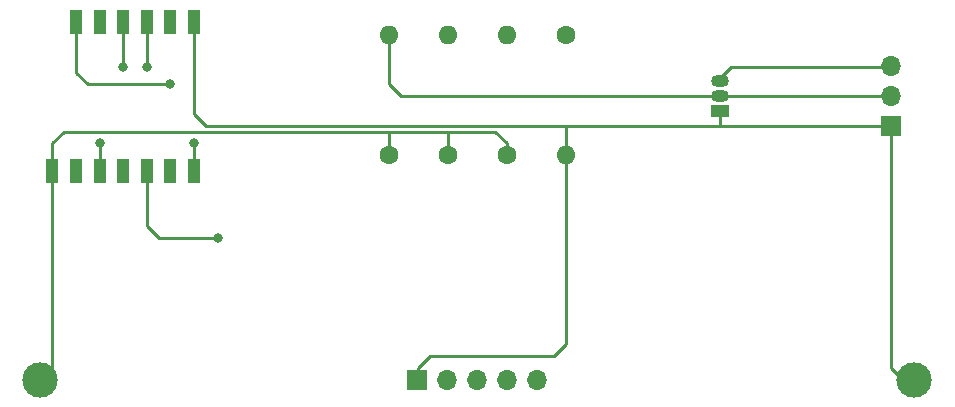
<source format=gbr>
%TF.GenerationSoftware,KiCad,Pcbnew,(5.1.9)-1*%
%TF.CreationDate,2021-05-15T15:20:44+02:00*%
%TF.ProjectId,esp8266temp,65737038-3236-4367-9465-6d702e6b6963,rev?*%
%TF.SameCoordinates,Original*%
%TF.FileFunction,Copper,L1,Top*%
%TF.FilePolarity,Positive*%
%FSLAX46Y46*%
G04 Gerber Fmt 4.6, Leading zero omitted, Abs format (unit mm)*
G04 Created by KiCad (PCBNEW (5.1.9)-1) date 2021-05-15 15:20:44*
%MOMM*%
%LPD*%
G01*
G04 APERTURE LIST*
%TA.AperFunction,SMDPad,CuDef*%
%ADD10R,1.000000X2.000000*%
%TD*%
%TA.AperFunction,ComponentPad*%
%ADD11O,1.600000X1.600000*%
%TD*%
%TA.AperFunction,ComponentPad*%
%ADD12C,1.600000*%
%TD*%
%TA.AperFunction,ComponentPad*%
%ADD13R,1.500000X1.050000*%
%TD*%
%TA.AperFunction,ComponentPad*%
%ADD14O,1.500000X1.050000*%
%TD*%
%TA.AperFunction,ComponentPad*%
%ADD15O,1.700000X1.700000*%
%TD*%
%TA.AperFunction,ComponentPad*%
%ADD16R,1.700000X1.700000*%
%TD*%
%TA.AperFunction,ComponentPad*%
%ADD17C,3.000000*%
%TD*%
%TA.AperFunction,ViaPad*%
%ADD18C,0.800000*%
%TD*%
%TA.AperFunction,Conductor*%
%ADD19C,0.250000*%
%TD*%
G04 APERTURE END LIST*
D10*
%TO.P,U2,8*%
%TO.N,+3V3*%
X45000000Y-55300000D03*
%TO.P,U2,3*%
%TO.N,/TX*%
X53000000Y-42700000D03*
%TO.P,U2,4*%
%TO.N,/RX*%
X51000000Y-42700000D03*
%TO.P,U2,2*%
%TO.N,Net-(U2-Pad2)*%
X55000000Y-42700000D03*
%TO.P,U2,5*%
%TO.N,Net-(U2-Pad5)*%
X49000000Y-42700000D03*
%TO.P,U2,12*%
%TO.N,Net-(R4-Pad1)*%
X53000000Y-55300000D03*
%TO.P,U2,9*%
%TO.N,Net-(U2-Pad9)*%
X47000000Y-55300000D03*
%TO.P,U2,11*%
%TO.N,Net-(U2-Pad11)*%
X51000000Y-55300000D03*
%TO.P,U2,10*%
%TO.N,/OneWire*%
X49000000Y-55300000D03*
%TO.P,U2,13*%
%TO.N,Net-(U2-Pad13)*%
X55000000Y-55300000D03*
%TO.P,U2,14*%
%TO.N,/Boot*%
X57000000Y-55300000D03*
%TO.P,U2,1*%
%TO.N,GND*%
X57000000Y-42700000D03*
%TO.P,U2,6*%
%TO.N,/Reset*%
X47000000Y-42700000D03*
%TD*%
D11*
%TO.P,R3,2*%
%TO.N,/Boot*%
X83500000Y-43840000D03*
D12*
%TO.P,R3,1*%
%TO.N,+3V3*%
X83500000Y-54000000D03*
%TD*%
D13*
%TO.P,U1,1*%
%TO.N,GND*%
X101500000Y-50270000D03*
D14*
%TO.P,U1,3*%
%TO.N,+3V3*%
X101500000Y-47730000D03*
%TO.P,U1,2*%
%TO.N,/OneWire*%
X101500000Y-49000000D03*
%TD*%
D11*
%TO.P,R4,2*%
%TO.N,GND*%
X88500000Y-54000000D03*
D12*
%TO.P,R4,1*%
%TO.N,Net-(R4-Pad1)*%
X88500000Y-43840000D03*
%TD*%
D11*
%TO.P,R2,2*%
%TO.N,/Reset*%
X78500000Y-43840000D03*
D12*
%TO.P,R2,1*%
%TO.N,+3V3*%
X78500000Y-54000000D03*
%TD*%
D11*
%TO.P,R1,2*%
%TO.N,/OneWire*%
X73500000Y-43840000D03*
D12*
%TO.P,R1,1*%
%TO.N,+3V3*%
X73500000Y-54000000D03*
%TD*%
D15*
%TO.P,J2,3*%
%TO.N,+3V3*%
X116000000Y-46460000D03*
%TO.P,J2,2*%
%TO.N,/OneWire*%
X116000000Y-49000000D03*
D16*
%TO.P,J2,1*%
%TO.N,GND*%
X116000000Y-51540000D03*
%TD*%
D15*
%TO.P,J1,5*%
%TO.N,/Boot*%
X86080000Y-73000000D03*
%TO.P,J1,4*%
%TO.N,/Reset*%
X83540000Y-73000000D03*
%TO.P,J1,3*%
%TO.N,/TX*%
X81000000Y-73000000D03*
%TO.P,J1,2*%
%TO.N,/RX*%
X78460000Y-73000000D03*
D16*
%TO.P,J1,1*%
%TO.N,GND*%
X75920000Y-73000000D03*
%TD*%
D17*
%TO.P,BT1,2*%
%TO.N,GND*%
X118000000Y-73000000D03*
%TO.P,BT1,1*%
%TO.N,+3V3*%
X44000000Y-73000000D03*
%TD*%
D18*
%TO.N,/Reset*%
X55000000Y-48000000D03*
%TO.N,/Boot*%
X57000000Y-53000000D03*
%TO.N,/TX*%
X53000000Y-46500000D03*
%TO.N,/RX*%
X51000000Y-46500000D03*
%TO.N,/OneWire*%
X49000000Y-53000000D03*
%TO.N,Net-(R4-Pad1)*%
X59000000Y-61000000D03*
%TD*%
D19*
%TO.N,/Reset*%
X48000000Y-48000000D02*
X55000000Y-48000000D01*
X47000000Y-47000000D02*
X48000000Y-48000000D01*
X47000000Y-42700000D02*
X47000000Y-47000000D01*
%TO.N,/Boot*%
X57000000Y-53000000D02*
X57000000Y-55300000D01*
%TO.N,/TX*%
X53000000Y-42700000D02*
X53000000Y-46500000D01*
%TO.N,/RX*%
X51000000Y-42700000D02*
X51000000Y-46500000D01*
%TO.N,/OneWire*%
X49000000Y-55300000D02*
X49000000Y-53000000D01*
X116000000Y-49000000D02*
X101500000Y-49000000D01*
X74500000Y-49000000D02*
X73500000Y-48000000D01*
X73500000Y-48000000D02*
X73500000Y-43840000D01*
X101500000Y-49000000D02*
X74500000Y-49000000D01*
%TO.N,Net-(R4-Pad1)*%
X54000000Y-61000000D02*
X59000000Y-61000000D01*
X53000000Y-60000000D02*
X54000000Y-61000000D01*
X53000000Y-55300000D02*
X53000000Y-60000000D01*
%TO.N,GND*%
X116000000Y-51540000D02*
X116000000Y-51500000D01*
X57000000Y-50500000D02*
X57000000Y-42700000D01*
X58000000Y-51500000D02*
X57000000Y-50500000D01*
X88500000Y-54000000D02*
X88500000Y-51500000D01*
X86000000Y-51500000D02*
X58000000Y-51500000D01*
X101500000Y-50270000D02*
X101500000Y-51500000D01*
X101500000Y-51500000D02*
X86000000Y-51500000D01*
X116000000Y-51500000D02*
X101500000Y-51500000D01*
X117000000Y-73000000D02*
X118000000Y-73000000D01*
X116000000Y-72000000D02*
X117000000Y-73000000D01*
X116000000Y-51540000D02*
X116000000Y-72000000D01*
X76000000Y-72920000D02*
X75920000Y-73000000D01*
X76000000Y-72000000D02*
X76000000Y-72920000D01*
X77000000Y-71000000D02*
X76000000Y-72000000D01*
X87500000Y-71000000D02*
X77000000Y-71000000D01*
X88500000Y-70000000D02*
X87500000Y-71000000D01*
X88500000Y-54000000D02*
X88500000Y-70000000D01*
%TO.N,+3V3*%
X78500000Y-54000000D02*
X78500000Y-52000000D01*
X73500000Y-54000000D02*
X73500000Y-52000000D01*
X73500000Y-52000000D02*
X78500000Y-52000000D01*
X83500000Y-53000000D02*
X83500000Y-54000000D01*
X82500000Y-52000000D02*
X83500000Y-53000000D01*
X78500000Y-52000000D02*
X82500000Y-52000000D01*
X45000000Y-72000000D02*
X44000000Y-73000000D01*
X45000000Y-55300000D02*
X45000000Y-72000000D01*
X101500000Y-47500000D02*
X101500000Y-47730000D01*
X102500000Y-46500000D02*
X101500000Y-47500000D01*
X116000000Y-46500000D02*
X102500000Y-46500000D01*
X116000000Y-46460000D02*
X116000000Y-46500000D01*
X46000000Y-52000000D02*
X73500000Y-52000000D01*
X45000000Y-53000000D02*
X46000000Y-52000000D01*
X45000000Y-55300000D02*
X45000000Y-53000000D01*
%TD*%
M02*

</source>
